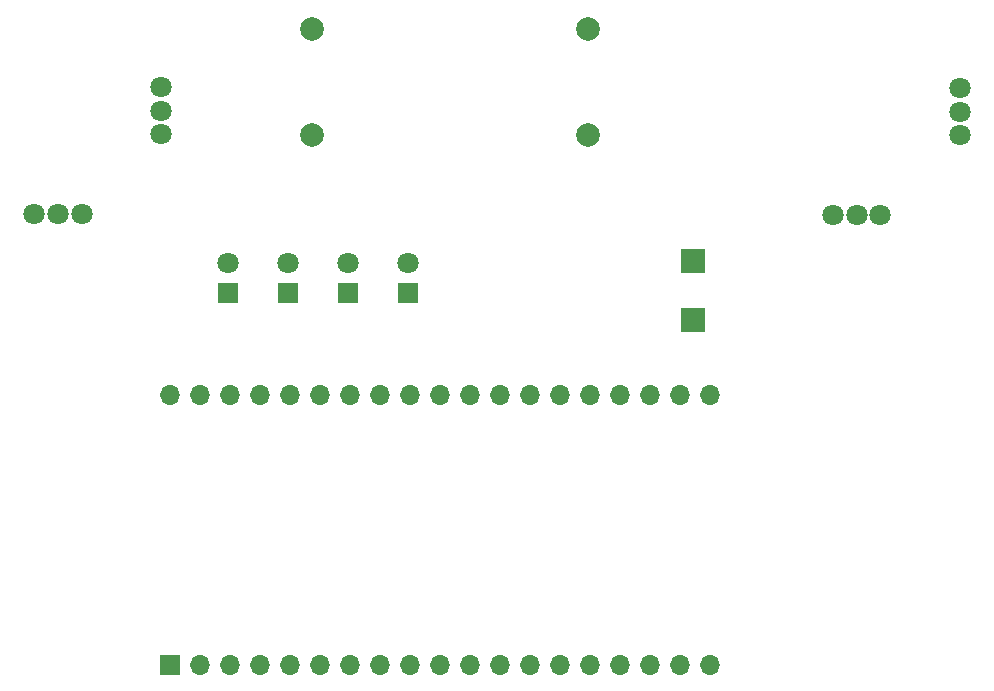
<source format=gbr>
%TF.GenerationSoftware,KiCad,Pcbnew,8.0.3*%
%TF.CreationDate,2024-08-21T11:04:36-06:00*%
%TF.ProjectId,controller,636f6e74-726f-46c6-9c65-722e6b696361,rev?*%
%TF.SameCoordinates,Original*%
%TF.FileFunction,Soldermask,Top*%
%TF.FilePolarity,Negative*%
%FSLAX46Y46*%
G04 Gerber Fmt 4.6, Leading zero omitted, Abs format (unit mm)*
G04 Created by KiCad (PCBNEW 8.0.3) date 2024-08-21 11:04:36*
%MOMM*%
%LPD*%
G01*
G04 APERTURE LIST*
G04 Aperture macros list*
%AMOutline4P*
0 Free polygon, 4 corners , with rotation*
0 The origin of the aperture is its center*
0 number of corners: always 4*
0 $1 to $8 corner X, Y*
0 $9 Rotation angle, in degrees counterclockwise*
0 create outline with 4 corners*
4,1,4,$1,$2,$3,$4,$5,$6,$7,$8,$1,$2,$9*%
G04 Aperture macros list end*
%ADD10R,1.800000X1.800000*%
%ADD11C,1.800000*%
%ADD12R,1.700000X1.700000*%
%ADD13O,1.700000X1.700000*%
%ADD14Outline4P,-1.000000X-1.000000X1.000000X-1.000000X1.000000X1.000000X-1.000000X1.000000X270.000000*%
%ADD15C,2.000000*%
G04 APERTURE END LIST*
D10*
%TO.C,D1*%
X104394000Y-80010000D03*
D11*
X104394000Y-77470000D03*
%TD*%
D12*
%TO.C,U3*%
X99515560Y-111504161D03*
D13*
X102055560Y-111504161D03*
X104595560Y-111504161D03*
X107135560Y-111504161D03*
X109675560Y-111504161D03*
X112215560Y-111504161D03*
X114755560Y-111504161D03*
X117295560Y-111504161D03*
X119835560Y-111504161D03*
X122375560Y-111504161D03*
X124915560Y-111504161D03*
X127455560Y-111504161D03*
X129995560Y-111504161D03*
X132535560Y-111504161D03*
X135075560Y-111504161D03*
X137615560Y-111504161D03*
X140155560Y-111504161D03*
X142695560Y-111504161D03*
X145235560Y-111504161D03*
X99512840Y-88644161D03*
X102052840Y-88644161D03*
X104592840Y-88644161D03*
X107132840Y-88644161D03*
X109672840Y-88644161D03*
X112212840Y-88644161D03*
X114752840Y-88644161D03*
X117292840Y-88644161D03*
X119832840Y-88644161D03*
X122372840Y-88644161D03*
X124912840Y-88644161D03*
X127452840Y-88644161D03*
X129992840Y-88644161D03*
X132532840Y-88644161D03*
X135072840Y-88644161D03*
X137612840Y-88644161D03*
X140152840Y-88644161D03*
X142692840Y-88644161D03*
X145232840Y-88644161D03*
%TD*%
D14*
%TO.C,J1*%
X143793000Y-82356000D03*
X143793000Y-77356000D03*
%TD*%
D10*
%TO.C,D4*%
X119634000Y-80010000D03*
D11*
X119634000Y-77470000D03*
%TD*%
D10*
%TO.C,D2*%
X109474000Y-80010000D03*
D11*
X109474000Y-77470000D03*
%TD*%
%TO.C,U1*%
X98780000Y-62630000D03*
X98780000Y-64630000D03*
X98780000Y-66630000D03*
X92030000Y-73380000D03*
X90030000Y-73380000D03*
X88030000Y-73380000D03*
%TD*%
D10*
%TO.C,D3*%
X114554000Y-80010000D03*
D11*
X114554000Y-77470000D03*
%TD*%
%TO.C,U2*%
X166413000Y-62699000D03*
X166413000Y-64699000D03*
X166413000Y-66699000D03*
X159663000Y-73449000D03*
X157663000Y-73449000D03*
X155663000Y-73449000D03*
%TD*%
D15*
%TO.C,SW2*%
X111506000Y-57658000D03*
X111506000Y-66658000D03*
%TD*%
%TO.C,SW1*%
X134874000Y-57658000D03*
X134874000Y-66658000D03*
%TD*%
M02*

</source>
